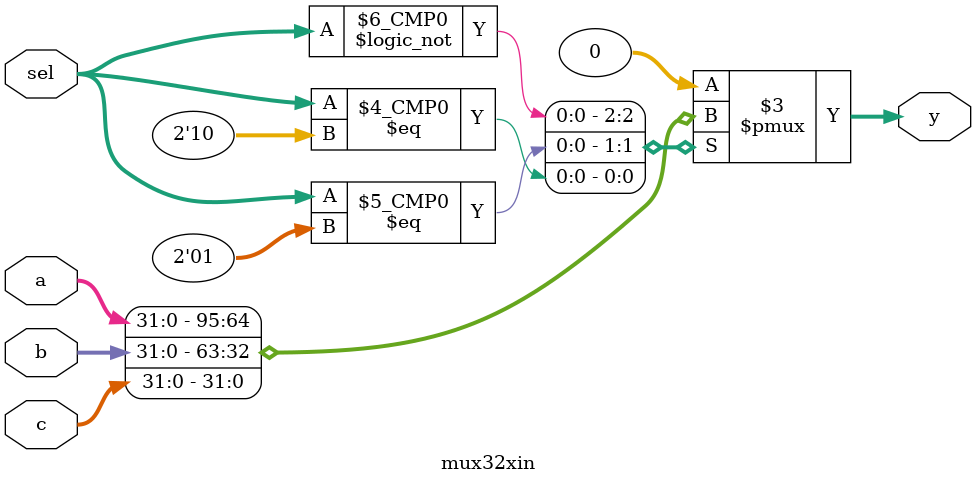
<source format=v>
`timescale 1ns / 1ps
module mux32xin(
	 input [31:0] a,
    input [31:0] b,
    input [31:0] c,
    input [1:0] sel,
    output reg [31:0] y
    );
	 always @ * begin
		case(sel)
		2'b00:begin
			y = a;
		end
		2'b01:begin
			y = b;
		end
		2'b10:begin
			y = c;
		end
		default:begin
			y = 0;
		end
		endcase
	 end
  


endmodule

</source>
